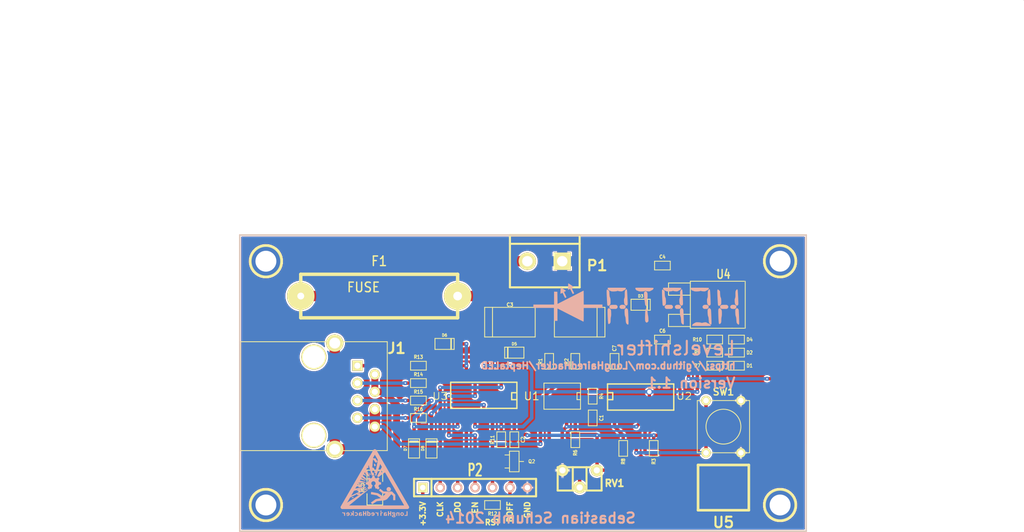
<source format=kicad_pcb>
(kicad_pcb (version 3) (host pcbnew "(2013-may-18)-stable")
  (layers (15 F.Cu signal) (0 B.Cu signal) (18 B.Paste user) (19 F.Paste user) (20 B.SilkS user) (21 F.SilkS user) (22 B.Mask user) (23 F.Mask user) (28 Edge.Cuts user))
  (net 0 "")
  (net 1 +24V)
  (net 2 +3.3V)
  (net 3 +5V)
  (net 4 3.3_Clock)
  (net 5 3.3_Data_Out)
  (net 6 3.3_Enable)
  (net 7 3.3_Reset)
  (net 8 BusOff)
  (net 9 Clock)
  (net 10 Data_Out)
  (net 11 Enable)
  (net 12 GND)
  (net 13 N-0000010)
  (net 14 N-0000015)
  (net 15 N-0000016)
  (net 16 N-0000017)
  (net 17 N-0000018)
  (net 18 N-0000019)
  (net 19 N-000002)
  (net 20 N-0000022)
  (net 21 N-0000028)
  (net 22 N-0000029)
  (net 23 N-0000030)
  (net 24 N-0000031)
  (net 25 N-0000032)
  (net 26 N-0000033)
  (net 27 N-000004)
  (net 28 N-000007)
  (net 29 PowerOn)
  (net 30 Reset)
  (net 31 Sense)
  (net 32 Shutdown)
  (module trimmer_piher_pt6xh (layer F.Cu) (at 168.275 80.01)
    (fp_text reference RV1 (at 5.08 0.635) (layer F.SilkS) (effects (font (thickness 0.25))))
    (fp_text value POT hide)
    (pad 1 thru_hole circle (at 2.49936 -1.24968) (size 1.75006 1.75006) (drill 0.89916) (layers *.Cu *.Mask F.SilkS) (net 3 +5V))
    (pad 2 thru_hole circle (at 0 1.24968) (size 1.75006 1.75006) (drill 0.89916) (layers *.Cu *.Mask F.SilkS) (net 20 N-0000022))
    (pad 3 thru_hole circle (at -2.49936 -1.24968) (size 1.75006 1.75006) (drill 0.89916) (layers *.Cu *.Mask F.SilkS) (net 12 GND))
  )
  (module SW_PUSH_SMALL (layer F.Cu) (at 189.23 72.39 90)
    (fp_text reference SW1 (at 5.08 0 180) (layer F.SilkS) (effects (font (size 1.016 1.016) (thickness 0.2032))))
    (fp_text value SW_PUSH hide)
    (pad 1 thru_hole circle (at 3.81 -2.54 90) (size 1.397 1.397) (drill 0.8128) (layers *.Cu *.Mask F.SilkS) (net 13 N-0000010))
    (pad 2 thru_hole circle (at 3.81 2.54 90) (size 1.397 1.397) (drill 0.8128) (layers *.Cu *.Mask F.SilkS) (net 12 GND))
    (pad 1 thru_hole circle (at -3.81 -2.54 90) (size 1.397 1.397) (drill 0.8128) (layers *.Cu *.Mask F.SilkS) (net 13 N-0000010))
    (pad 2 thru_hole circle (at -3.81 2.54 90) (size 1.397 1.397) (drill 0.8128) (layers *.Cu *.Mask F.SilkS) (net 12 GND))
  )
  (module sot23 (layer F.Cu) (at 158.75 77.47 270)
    (fp_text reference Q2 (at 0 -2.54 360) (layer F.SilkS) (effects (font (size 0.50038 0.50038) (thickness 0.09906))))
    (fp_text value NDS355 hide)
    (pad 1 smd rect (at -0.9525 1.05664 270) (size 0.59944 1.00076) (layers F.Cu F.Paste F.Mask) (net 18 N-0000019))
    (pad 2 smd rect (at 0 -1.05664 270) (size 0.59944 1.00076) (layers F.Cu F.Paste F.Mask) (net 27 N-000004))
    (pad 3 smd rect (at 0.9525 1.05664 270) (size 0.59944 1.00076) (layers F.Cu F.Paste F.Mask) (net 12 GND))
  )
  (module sod123 (layer F.Cu) (at 177.165 54.61)
    (fp_text reference D3 (at 0 -1.27) (layer F.SilkS) (effects (font (size 0.39878 0.39878) (thickness 0.09906))))
    (fp_text value BAT42W hide)
    (pad 2 smd rect (at 1.67386 0) (size 0.8509 0.8509) (layers F.Cu F.Paste F.Mask) (net 1 +24V))
    (pad 1 smd rect (at -1.67386 0) (size 0.8509 0.8509) (layers F.Cu F.Paste F.Mask) (net 3 +5V))
  )
  (module SO8E (layer F.Cu) (at 165.735 67.945 180)
    (fp_text reference U1 (at 4.445 0 180) (layer F.SilkS) (effects (font (size 1.143 1.143) (thickness 0.1524))))
    (fp_text value LM358 hide)
    (pad 8 smd rect (at -1.905 -2.667 180) (size 0.59944 1.39954) (layers F.Cu F.Paste F.Mask) (net 3 +5V))
    (pad 1 smd rect (at -1.905 2.667 180) (size 0.59944 1.39954) (layers F.Cu F.Paste F.Mask) (net 21 N-0000028))
    (pad 7 smd rect (at -0.635 -2.667 180) (size 0.59944 1.39954) (layers F.Cu F.Paste F.Mask) (net 32 Shutdown))
    (pad 6 smd rect (at 0.635 -2.667 180) (size 0.59944 1.39954) (layers F.Cu F.Paste F.Mask) (net 19 N-000002))
    (pad 5 smd rect (at 1.905 -2.667 180) (size 0.59944 1.39954) (layers F.Cu F.Paste F.Mask) (net 20 N-0000022))
    (pad 2 smd rect (at -0.635 2.667 180) (size 0.59944 1.39954) (layers F.Cu F.Paste F.Mask) (net 26 N-0000033))
    (pad 3 smd rect (at 0.635 2.667 180) (size 0.59944 1.39954) (layers F.Cu F.Paste F.Mask) (net 31 Sense))
    (pad 4 smd rect (at 1.905 2.667 180) (size 0.59944 1.39954) (layers F.Cu F.Paste F.Mask) (net 12 GND))
  )
  (module SM1206 (layer F.Cu) (at 138.43 81.28 270)
    (fp_text reference R5 (at 0 1.905 270) (layer F.SilkS) (effects (font (size 0.762 0.762) (thickness 0.127))))
    (fp_text value 0.05 hide)
    (pad 1 smd rect (at -1.651 0 270) (size 1.524 2.032) (layers F.Cu F.Paste F.Mask) (net 31 Sense))
    (pad 2 smd rect (at 1.651 0 270) (size 1.524 2.032) (layers F.Cu F.Paste F.Mask) (net 12 GND))
  )
  (module SM0603 (layer F.Cu) (at 191.135 63.5)
    (fp_text reference D1 (at 1.905 0) (layer F.SilkS) (effects (font (size 0.508 0.4572) (thickness 0.1143))))
    (fp_text value LED hide)
    (pad 1 smd rect (at -0.762 0) (size 0.635 1.143) (layers F.Cu F.Paste F.Mask) (net 28 N-000007))
    (pad 2 smd rect (at 0.762 0) (size 0.635 1.143) (layers F.Cu F.Paste F.Mask) (net 12 GND))
  )
  (module SM0603 (layer F.Cu) (at 174.625 75.565 270)
    (fp_text reference R8 (at 1.905 0 270) (layer F.SilkS) (effects (font (size 0.508 0.4572) (thickness 0.1143))))
    (fp_text value 1k hide)
    (pad 1 smd rect (at -0.762 0 270) (size 0.635 1.143) (layers F.Cu F.Paste F.Mask) (net 13 N-0000010))
    (pad 2 smd rect (at 0.762 0 270) (size 0.635 1.143) (layers F.Cu F.Paste F.Mask) (net 3 +5V))
  )
  (module SM0603 (layer F.Cu) (at 167.64 74.295 270)
    (fp_text reference R6 (at 1.905 0 270) (layer F.SilkS) (effects (font (size 0.508 0.4572) (thickness 0.1143))))
    (fp_text value 1k hide)
    (pad 1 smd rect (at -0.762 0 270) (size 0.635 1.143) (layers F.Cu F.Paste F.Mask) (net 3 +5V))
    (pad 2 smd rect (at 0.762 0 270) (size 0.635 1.143) (layers F.Cu F.Paste F.Mask) (net 32 Shutdown))
  )
  (module SM0603 (layer F.Cu) (at 179.07 75.565 270)
    (fp_text reference R3 (at 1.905 0 270) (layer F.SilkS) (effects (font (size 0.508 0.4572) (thickness 0.1143))))
    (fp_text value 1k hide)
    (pad 1 smd rect (at -0.762 0 270) (size 0.635 1.143) (layers F.Cu F.Paste F.Mask) (net 3 +5V))
    (pad 2 smd rect (at 0.762 0 270) (size 0.635 1.143) (layers F.Cu F.Paste F.Mask) (net 29 PowerOn))
  )
  (module SM0603 (layer F.Cu) (at 187.96 63.5)
    (fp_text reference R7 (at -2.54 0) (layer F.SilkS) (effects (font (size 0.508 0.4572) (thickness 0.1143))))
    (fp_text value 1k hide)
    (pad 1 smd rect (at -0.762 0) (size 0.635 1.143) (layers F.Cu F.Paste F.Mask) (net 8 BusOff))
    (pad 2 smd rect (at 0.762 0) (size 0.635 1.143) (layers F.Cu F.Paste F.Mask) (net 28 N-000007))
  )
  (module SM0603 (layer F.Cu) (at 167.64 62.865 270)
    (fp_text reference R2 (at 0 1.27 270) (layer F.SilkS) (effects (font (size 0.508 0.4572) (thickness 0.1143))))
    (fp_text value 90k hide)
    (pad 1 smd rect (at -0.762 0 270) (size 0.635 1.143) (layers F.Cu F.Paste F.Mask) (net 26 N-0000033))
    (pad 2 smd rect (at 0.762 0 270) (size 0.635 1.143) (layers F.Cu F.Paste F.Mask) (net 21 N-0000028))
  )
  (module SM0603 (layer F.Cu) (at 158.75 74.295 270)
    (fp_text reference C2 (at 0 -1.27 270) (layer F.SilkS) (effects (font (size 0.508 0.4572) (thickness 0.1143))))
    (fp_text value 100nF hide)
    (pad 1 smd rect (at -0.762 0 270) (size 0.635 1.143) (layers F.Cu F.Paste F.Mask) (net 3 +5V))
    (pad 2 smd rect (at 0.762 0 270) (size 0.635 1.143) (layers F.Cu F.Paste F.Mask) (net 12 GND))
  )
  (module SM0603 (layer F.Cu) (at 170.18 67.945 270)
    (fp_text reference R4 (at 0 -1.27 270) (layer F.SilkS) (effects (font (size 0.508 0.4572) (thickness 0.1143))))
    (fp_text value 100k hide)
    (pad 1 smd rect (at -0.762 0 270) (size 0.635 1.143) (layers F.Cu F.Paste F.Mask) (net 21 N-0000028))
    (pad 2 smd rect (at 0.762 0 270) (size 0.635 1.143) (layers F.Cu F.Paste F.Mask) (net 19 N-000002))
  )
  (module SM0603 (layer F.Cu) (at 170.18 71.12 270)
    (fp_text reference C1 (at 0 -1.27 270) (layer F.SilkS) (effects (font (size 0.508 0.4572) (thickness 0.1143))))
    (fp_text value 100nF hide)
    (pad 1 smd rect (at -0.762 0 270) (size 0.635 1.143) (layers F.Cu F.Paste F.Mask) (net 19 N-000002))
    (pad 2 smd rect (at 0.762 0 270) (size 0.635 1.143) (layers F.Cu F.Paste F.Mask) (net 12 GND))
  )
  (module SM0603 (layer F.Cu) (at 173.355 62.865 90)
    (fp_text reference C7 (at 1.905 0 90) (layer F.SilkS) (effects (font (size 0.508 0.4572) (thickness 0.1143))))
    (fp_text value 100nF hide)
    (pad 1 smd rect (at -0.762 0 90) (size 0.635 1.143) (layers F.Cu F.Paste F.Mask) (net 3 +5V))
    (pad 2 smd rect (at 0.762 0 90) (size 0.635 1.143) (layers F.Cu F.Paste F.Mask) (net 12 GND))
  )
  (module SM0603 (layer F.Cu) (at 155.575 83.82)
    (fp_text reference R12 (at 0 1.27) (layer F.SilkS) (effects (font (size 0.508 0.4572) (thickness 0.1143))))
    (fp_text value 1k hide)
    (pad 1 smd rect (at -0.762 0) (size 0.635 1.143) (layers F.Cu F.Paste F.Mask) (net 2 +3.3V))
    (pad 2 smd rect (at 0.762 0) (size 0.635 1.143) (layers F.Cu F.Paste F.Mask) (net 27 N-000004))
  )
  (module SM0603 (layer F.Cu) (at 156.845 74.295 270)
    (fp_text reference R11 (at 0 1.27 270) (layer F.SilkS) (effects (font (size 0.508 0.4572) (thickness 0.1143))))
    (fp_text value 1k hide)
    (pad 1 smd rect (at -0.762 0 270) (size 0.635 1.143) (layers F.Cu F.Paste F.Mask) (net 8 BusOff))
    (pad 2 smd rect (at 0.762 0 270) (size 0.635 1.143) (layers F.Cu F.Paste F.Mask) (net 18 N-0000019))
  )
  (module SM0603 (layer F.Cu) (at 180.34 48.895 180)
    (fp_text reference C4 (at 0 1.27 180) (layer F.SilkS) (effects (font (size 0.508 0.4572) (thickness 0.1143))))
    (fp_text value 100nF hide)
    (pad 1 smd rect (at -0.762 0 180) (size 0.635 1.143) (layers F.Cu F.Paste F.Mask) (net 1 +24V))
    (pad 2 smd rect (at 0.762 0 180) (size 0.635 1.143) (layers F.Cu F.Paste F.Mask) (net 12 GND))
  )
  (module SM0603 (layer F.Cu) (at 163.83 62.865 270)
    (fp_text reference R1 (at 0 1.27 270) (layer F.SilkS) (effects (font (size 0.508 0.4572) (thickness 0.1143))))
    (fp_text value 10k hide)
    (pad 1 smd rect (at -0.762 0 270) (size 0.635 1.143) (layers F.Cu F.Paste F.Mask) (net 26 N-0000033))
    (pad 2 smd rect (at 0.762 0 270) (size 0.635 1.143) (layers F.Cu F.Paste F.Mask) (net 12 GND))
  )
  (module SM0603 (layer F.Cu) (at 191.135 61.595)
    (fp_text reference D2 (at 1.905 0) (layer F.SilkS) (effects (font (size 0.508 0.4572) (thickness 0.1143))))
    (fp_text value LED hide)
    (pad 1 smd rect (at -0.762 0) (size 0.635 1.143) (layers F.Cu F.Paste F.Mask) (net 25 N-0000032))
    (pad 2 smd rect (at 0.762 0) (size 0.635 1.143) (layers F.Cu F.Paste F.Mask) (net 12 GND))
  )
  (module SM0603 (layer F.Cu) (at 187.96 61.595)
    (fp_text reference R9 (at -2.54 0) (layer F.SilkS) (effects (font (size 0.508 0.4572) (thickness 0.1143))))
    (fp_text value 1k hide)
    (pad 1 smd rect (at -0.762 0) (size 0.635 1.143) (layers F.Cu F.Paste F.Mask) (net 1 +24V))
    (pad 2 smd rect (at 0.762 0) (size 0.635 1.143) (layers F.Cu F.Paste F.Mask) (net 25 N-0000032))
  )
  (module SM0603 (layer F.Cu) (at 191.135 59.69)
    (fp_text reference D4 (at 1.905 0) (layer F.SilkS) (effects (font (size 0.508 0.4572) (thickness 0.1143))))
    (fp_text value LED hide)
    (pad 1 smd rect (at -0.762 0) (size 0.635 1.143) (layers F.Cu F.Paste F.Mask) (net 23 N-0000030))
    (pad 2 smd rect (at 0.762 0) (size 0.635 1.143) (layers F.Cu F.Paste F.Mask) (net 12 GND))
  )
  (module SM0603 (layer F.Cu) (at 187.96 59.69)
    (fp_text reference R10 (at -2.54 0) (layer F.SilkS) (effects (font (size 0.508 0.4572) (thickness 0.1143))))
    (fp_text value 1k hide)
    (pad 1 smd rect (at -0.762 0) (size 0.635 1.143) (layers F.Cu F.Paste F.Mask) (net 3 +5V))
    (pad 2 smd rect (at 0.762 0) (size 0.635 1.143) (layers F.Cu F.Paste F.Mask) (net 23 N-0000030))
  )
  (module SM0603 (layer F.Cu) (at 180.34 59.69 180)
    (fp_text reference C6 (at 0 1.27 180) (layer F.SilkS) (effects (font (size 0.508 0.4572) (thickness 0.1143))))
    (fp_text value 100nF hide)
    (pad 1 smd rect (at -0.762 0 180) (size 0.635 1.143) (layers F.Cu F.Paste F.Mask) (net 3 +5V))
    (pad 2 smd rect (at 0.762 0 180) (size 0.635 1.143) (layers F.Cu F.Paste F.Mask) (net 12 GND))
  )
  (module RJ45_MEBP_8-8G (layer F.Cu) (at 129.54 67.945 270)
    (fp_text reference J1 (at -6.985 -12.065 360) (layer F.SilkS) (effects (font (size 1.524 1.524) (thickness 0.3048))))
    (fp_text value RJ45 hide)
    (pad "" thru_hole circle (at 5.715 0 270) (size 3.64998 3.64998) (drill 3.2512) (layers *.Cu *.Mask F.SilkS))
    (pad "" thru_hole circle (at -5.715 0 270) (size 3.64998 3.64998) (drill 3.2512) (layers *.Cu *.Mask F.SilkS))
    (pad 1 thru_hole rect (at -4.445 -6.35 270) (size 1.50114 1.50114) (drill 0.89916) (layers *.Cu *.Mask F.SilkS) (net 9 Clock))
    (pad 2 thru_hole circle (at -3.175 -8.89 270) (size 1.50114 1.50114) (drill 0.89916) (layers *.Cu *.Mask F.SilkS) (net 24 N-0000031))
    (pad 3 thru_hole circle (at -1.905 -6.35 270) (size 1.50114 1.50114) (drill 0.89916) (layers *.Cu *.Mask F.SilkS) (net 11 Enable))
    (pad 4 thru_hole circle (at -0.635 -8.89 270) (size 1.50114 1.50114) (drill 0.89916) (layers *.Cu *.Mask F.SilkS) (net 24 N-0000031))
    (pad 5 thru_hole circle (at 0.635 -6.35 270) (size 1.50114 1.50114) (drill 0.89916) (layers *.Cu *.Mask F.SilkS) (net 10 Data_Out))
    (pad 6 thru_hole circle (at 1.905 -8.89 270) (size 1.50114 1.50114) (drill 0.89916) (layers *.Cu *.Mask F.SilkS) (net 31 Sense))
    (pad 7 thru_hole circle (at 3.175 -6.35 270) (size 1.50114 1.50114) (drill 0.89916) (layers *.Cu *.Mask F.SilkS) (net 30 Reset))
    (pad 8 thru_hole circle (at 4.445 -8.89 270) (size 1.50114 1.50114) (drill 0.89916) (layers *.Cu *.Mask F.SilkS) (net 31 Sense))
    (pad 9 thru_hole circle (at -7.745 -3.05 270) (size 2.5 2.5) (drill 1.6) (layers *.Cu *.Mask F.SilkS) (net 31 Sense))
    (pad 10 thru_hole circle (at 7.747 -3.05 270) (size 2.5 2.5) (drill 1.6) (layers *.Cu *.Mask F.SilkS))
  )
  (module DPAK2 (layer F.Cu) (at 182.88 54.61 270)
    (fp_text reference U4 (at -4.445 -6.35 360) (layer F.SilkS) (effects (font (size 1.27 1.016) (thickness 0.2032))))
    (fp_text value TS2937 hide)
    (pad 1 smd rect (at -2.286 0 270) (size 1.651 3.048) (layers F.Cu F.Paste F.Mask) (net 1 +24V))
    (pad 2 smd rect (at 0 -6.35 270) (size 6.096 6.096) (layers F.Cu F.Paste F.Mask) (net 12 GND))
    (pad 3 smd rect (at 2.286 0 270) (size 1.651 3.048) (layers F.Cu F.Paste F.Mask) (net 3 +5V))
  )
  (module c_tant_D (layer F.Cu) (at 168.275 57.15)
    (fp_text reference C5 (at 0 -2.54) (layer F.SilkS) (effects (font (size 0.50038 0.50038) (thickness 0.11938))))
    (fp_text value 10uF hide)
    (pad 1 smd rect (at 2.99974 0) (size 2.55016 2.70002) (layers F.Cu F.Paste F.Mask) (net 3 +5V))
    (pad 2 smd rect (at -2.99974 0) (size 2.55016 3.79984) (layers F.Cu F.Paste F.Mask) (net 12 GND))
  )
  (module c_tant_D (layer F.Cu) (at 158.115 57.15 180)
    (fp_text reference C3 (at 0 2.54 180) (layer F.SilkS) (effects (font (size 0.50038 0.50038) (thickness 0.11938))))
    (fp_text value 10uF hide)
    (pad 1 smd rect (at 2.99974 0 180) (size 2.55016 2.70002) (layers F.Cu F.Paste F.Mask) (net 1 +24V))
    (pad 2 smd rect (at -2.99974 0 180) (size 2.55016 3.79984) (layers F.Cu F.Paste F.Mask) (net 12 GND))
  )
  (module bornier2 (layer F.Cu) (at 163.195 48.26 180)
    (fp_text reference P1 (at -7.62 -0.635 180) (layer F.SilkS) (effects (font (size 1.524 1.524) (thickness 0.3048))))
    (fp_text value CONN_2 hide)
    (pad 1 thru_hole rect (at -2.54 0 180) (size 2.54 2.54) (drill 1.524) (layers *.Cu *.Mask F.SilkS) (net 12 GND))
    (pad 2 thru_hole circle (at 2.54 0 180) (size 2.54 2.54) (drill 1.524) (layers *.Cu *.Mask F.SilkS) (net 22 N-0000029))
  )
  (module SO14E (layer F.Cu) (at 154.305 67.945 180)
    (fp_text reference U3 (at 6.35 0 180) (layer F.SilkS) (effects (font (size 1.016 1.143) (thickness 0.127))))
    (fp_text value 74HCT125 hide)
    (pad 1 smd rect (at -3.81 2.794 180) (size 0.508 1.143) (layers F.Cu F.Paste F.Mask) (net 8 BusOff))
    (pad 2 smd rect (at -2.54 2.794 180) (size 0.508 1.143) (layers F.Cu F.Paste F.Mask) (net 4 3.3_Clock))
    (pad 3 smd rect (at -1.27 2.794 180) (size 0.508 1.143) (layers F.Cu F.Paste F.Mask) (net 17 N-0000018))
    (pad 4 smd rect (at 0 2.794 180) (size 0.508 1.143) (layers F.Cu F.Paste F.Mask) (net 8 BusOff))
    (pad 5 smd rect (at 1.27 2.794 180) (size 0.508 1.143) (layers F.Cu F.Paste F.Mask) (net 6 3.3_Enable))
    (pad 6 smd rect (at 2.54 2.794 180) (size 0.508 1.143) (layers F.Cu F.Paste F.Mask) (net 16 N-0000017))
    (pad 7 smd rect (at 3.81 2.794 180) (size 0.508 1.143) (layers F.Cu F.Paste F.Mask) (net 12 GND))
    (pad 8 smd rect (at 3.81 -2.54 180) (size 0.508 1.143) (layers F.Cu F.Paste F.Mask) (net 15 N-0000016))
    (pad 9 smd rect (at 2.54 -2.54 180) (size 0.508 1.143) (layers F.Cu F.Paste F.Mask) (net 5 3.3_Data_Out))
    (pad 10 smd rect (at 1.27 -2.54 180) (size 0.508 1.143) (layers F.Cu F.Paste F.Mask) (net 8 BusOff))
    (pad 11 smd rect (at 0 -2.54 180) (size 0.508 1.143) (layers F.Cu F.Paste F.Mask) (net 14 N-0000015))
    (pad 12 smd rect (at -1.27 -2.54 180) (size 0.508 1.143) (layers F.Cu F.Paste F.Mask) (net 7 3.3_Reset))
    (pad 13 smd rect (at -2.54 -2.54 180) (size 0.508 1.143) (layers F.Cu F.Paste F.Mask) (net 8 BusOff))
    (pad 14 smd rect (at -3.81 -2.54 180) (size 0.508 1.143) (layers F.Cu F.Paste F.Mask) (net 3 +5V))
  )
  (module SIL-7 (layer F.Cu) (at 153.035 81.28)
    (fp_text reference P2 (at 0 -2.54) (layer F.SilkS) (effects (font (size 1.72974 1.08712) (thickness 0.3048))))
    (fp_text value CONN_7 hide)
    (pad 1 thru_hole rect (at -7.62 0) (size 1.397 1.397) (drill 0.8128) (layers *.Cu *.Mask F.SilkS) (net 2 +3.3V))
    (pad 2 thru_hole circle (at -5.08 0) (size 1.397 1.397) (drill 0.8128) (layers *.Cu *.SilkS *.Mask) (net 4 3.3_Clock))
    (pad 3 thru_hole circle (at -2.54 0) (size 1.397 1.397) (drill 0.8128) (layers *.Cu *.SilkS *.Mask) (net 5 3.3_Data_Out))
    (pad 4 thru_hole circle (at 0 0) (size 1.397 1.397) (drill 0.8128) (layers *.Cu *.SilkS *.Mask) (net 6 3.3_Enable))
    (pad 5 thru_hole circle (at 2.54 0) (size 1.397 1.397) (drill 0.8128) (layers *.Cu *.SilkS *.Mask) (net 7 3.3_Reset))
    (pad 6 thru_hole circle (at 5.08 0) (size 1.397 1.397) (drill 0.8128) (layers *.Cu *.SilkS *.Mask) (net 27 N-000004))
    (pad 7 thru_hole circle (at 7.62 0) (size 1.397 1.397) (drill 0.8128) (layers *.Cu *.SilkS *.Mask) (net 12 GND))
  )
  (module 1pin (layer F.Cu) (at 122.555 48.26)
    (fp_text reference 1PIN hide)
    (fp_text value P*** hide)
    (pad 1 thru_hole circle (at 0 0) (size 4.5 4.5) (drill 3.048) (layers *.Cu *.Mask))
  )
  (module 1pin (layer F.Cu) (at 197.485 48.26)
    (fp_text reference 1PIN hide)
    (fp_text value P*** hide)
    (pad 1 thru_hole circle (at 0 0) (size 4.5 4.5) (drill 3.048) (layers *.Cu *.Mask))
  )
  (module 1pin (layer F.Cu) (at 197.485 83.82)
    (fp_text reference 1PIN hide)
    (fp_text value P*** hide)
    (pad 1 thru_hole circle (at 0 0) (size 4.5 4.5) (drill 3.048) (layers *.Cu *.Mask))
  )
  (module 1pin (layer F.Cu) (at 122.555 83.82)
    (fp_text reference 1PIN hide)
    (fp_text value P*** hide)
    (pad 1 thru_hole circle (at 0 0) (size 4.5 4.5) (drill 3.048) (layers *.Cu *.Mask))
  )
  (module logo_silkbot_30_00mm (layer B.Cu) (at 176.53 54.61)
    (fp_text reference G*** hide)
    (fp_text value logo_silkbot_30_00mm hide)
  )
  (module sod123 (layer F.Cu) (at 158.75 61.595 180)
    (fp_text reference D5 (at 0 1.27 180) (layer F.SilkS) (effects (font (size 0.39878 0.39878) (thickness 0.09906))))
    (fp_text value ZENER_5.6V hide)
    (pad 2 smd rect (at 1.67386 0 180) (size 0.8509 0.8509) (layers F.Cu F.Paste F.Mask) (net 17 N-0000018))
    (pad 1 smd rect (at -1.67386 0 180) (size 0.8509 0.8509) (layers F.Cu F.Paste F.Mask) (net 12 GND))
  )
  (module sod123 (layer F.Cu) (at 148.59 60.325)
    (fp_text reference D6 (at 0 -1.27) (layer F.SilkS) (effects (font (size 0.39878 0.39878) (thickness 0.09906))))
    (fp_text value ZENER_5.6V hide)
    (pad 2 smd rect (at 1.67386 0) (size 0.8509 0.8509) (layers F.Cu F.Paste F.Mask) (net 16 N-0000017))
    (pad 1 smd rect (at -1.67386 0) (size 0.8509 0.8509) (layers F.Cu F.Paste F.Mask) (net 12 GND))
  )
  (module sod123 (layer F.Cu) (at 144.145 75.565 90)
    (fp_text reference D7 (at 0 -1.27 90) (layer F.SilkS) (effects (font (size 0.39878 0.39878) (thickness 0.09906))))
    (fp_text value ZENER_5.6V hide)
    (pad 2 smd rect (at 1.67386 0 90) (size 0.8509 0.8509) (layers F.Cu F.Paste F.Mask) (net 15 N-0000016))
    (pad 1 smd rect (at -1.67386 0 90) (size 0.8509 0.8509) (layers F.Cu F.Paste F.Mask) (net 12 GND))
  )
  (module sod123 (layer F.Cu) (at 146.685 75.565 90)
    (fp_text reference D8 (at 0 -1.27 90) (layer F.SilkS) (effects (font (size 0.39878 0.39878) (thickness 0.09906))))
    (fp_text value ZENER_5.6V hide)
    (pad 2 smd rect (at 1.67386 0 90) (size 0.8509 0.8509) (layers F.Cu F.Paste F.Mask) (net 14 N-0000015))
    (pad 1 smd rect (at -1.67386 0 90) (size 0.8509 0.8509) (layers F.Cu F.Paste F.Mask) (net 12 GND))
  )
  (module SM0603 (layer F.Cu) (at 144.78 63.5 180)
    (fp_text reference R13 (at 0 1.27 180) (layer F.SilkS) (effects (font (size 0.508 0.4572) (thickness 0.1143))))
    (fp_text value 1k hide)
    (pad 1 smd rect (at -0.762 0 180) (size 0.635 1.143) (layers F.Cu F.Paste F.Mask) (net 17 N-0000018))
    (pad 2 smd rect (at 0.762 0 180) (size 0.635 1.143) (layers F.Cu F.Paste F.Mask) (net 9 Clock))
  )
  (module SM0603 (layer F.Cu) (at 144.78 66.04 180)
    (fp_text reference R14 (at 0 1.27 180) (layer F.SilkS) (effects (font (size 0.508 0.4572) (thickness 0.1143))))
    (fp_text value 1k hide)
    (pad 1 smd rect (at -0.762 0 180) (size 0.635 1.143) (layers F.Cu F.Paste F.Mask) (net 16 N-0000017))
    (pad 2 smd rect (at 0.762 0 180) (size 0.635 1.143) (layers F.Cu F.Paste F.Mask) (net 11 Enable))
  )
  (module SM0603 (layer F.Cu) (at 144.78 68.58 180)
    (fp_text reference R15 (at 0 1.27 180) (layer F.SilkS) (effects (font (size 0.508 0.4572) (thickness 0.1143))))
    (fp_text value 1k hide)
    (pad 1 smd rect (at -0.762 0 180) (size 0.635 1.143) (layers F.Cu F.Paste F.Mask) (net 15 N-0000016))
    (pad 2 smd rect (at 0.762 0 180) (size 0.635 1.143) (layers F.Cu F.Paste F.Mask) (net 10 Data_Out))
  )
  (module SM0603 (layer F.Cu) (at 144.78 71.12 180)
    (fp_text reference R16 (at 0 1.27 180) (layer F.SilkS) (effects (font (size 0.508 0.4572) (thickness 0.1143))))
    (fp_text value 1k hide)
    (pad 1 smd rect (at -0.762 0 180) (size 0.635 1.143) (layers F.Cu F.Paste F.Mask) (net 14 N-0000015))
    (pad 2 smd rect (at 0.762 0 180) (size 0.635 1.143) (layers F.Cu F.Paste F.Mask) (net 30 Reset))
  )
  (module SO14E (layer F.Cu) (at 177.165 67.945)
    (fp_text reference U2 (at 6.35 0) (layer F.SilkS) (effects (font (size 1.016 1.143) (thickness 0.127))))
    (fp_text value 74HC74 hide)
    (pad 1 smd rect (at -3.81 2.794) (size 0.508 1.143) (layers F.Cu F.Paste F.Mask) (net 13 N-0000010))
    (pad 2 smd rect (at -2.54 2.794) (size 0.508 1.143) (layers F.Cu F.Paste F.Mask) (net 12 GND))
    (pad 3 smd rect (at -1.27 2.794) (size 0.508 1.143) (layers F.Cu F.Paste F.Mask) (net 12 GND))
    (pad 4 smd rect (at 0 2.794) (size 0.508 1.143) (layers F.Cu F.Paste F.Mask) (net 32 Shutdown))
    (pad 5 smd rect (at 1.27 2.794) (size 0.508 1.143) (layers F.Cu F.Paste F.Mask) (net 8 BusOff))
    (pad 6 smd rect (at 2.54 2.794) (size 0.508 1.143) (layers F.Cu F.Paste F.Mask) (net 29 PowerOn))
    (pad 7 smd rect (at 3.81 2.794) (size 0.508 1.143) (layers F.Cu F.Paste F.Mask) (net 12 GND))
    (pad 8 smd rect (at 3.81 -2.54) (size 0.508 1.143) (layers F.Cu F.Paste F.Mask))
    (pad 9 smd rect (at 2.54 -2.54) (size 0.508 1.143) (layers F.Cu F.Paste F.Mask))
    (pad 10 smd rect (at 1.27 -2.54) (size 0.508 1.143) (layers F.Cu F.Paste F.Mask))
    (pad 11 smd rect (at 0 -2.54) (size 0.508 1.143) (layers F.Cu F.Paste F.Mask))
    (pad 12 smd rect (at -1.27 -2.54) (size 0.508 1.143) (layers F.Cu F.Paste F.Mask))
    (pad 13 smd rect (at -2.54 -2.54) (size 0.508 1.143) (layers F.Cu F.Paste F.Mask))
    (pad 14 smd rect (at -3.81 -2.54) (size 0.508 1.143) (layers F.Cu F.Paste F.Mask) (net 3 +5V))
  )
  (module TO252-5L (layer F.Cu) (at 189.23 81.28 270)
    (fp_text reference U5 (at 5.08 0 360) (layer F.SilkS) (effects (font (size 1.524 1.524) (thickness 0.3048))))
    (fp_text value BTS462 hide)
    (pad 3 smd rect (at 0 0 270) (size 6.25094 6.79958) (layers F.Cu F.Paste F.Mask) (net 1 +24V) (clearance 0.14986))
    (pad 1 smd rect (at -2.54 6.59892 270) (size 0.81026 2.99974) (layers F.Cu F.Paste F.Mask) (net 12 GND))
    (pad 2 smd rect (at -1.27 6.59892 270) (size 0.81026 2.99974) (layers F.Cu F.Paste F.Mask) (net 29 PowerOn))
    (pad 4 smd rect (at 1.27 6.59892 270) (size 0.81026 2.99974) (layers F.Cu F.Paste F.Mask))
    (pad 5 smd rect (at 2.54 6.59892 270) (size 0.81026 2.99974) (layers F.Cu F.Paste F.Mask) (net 24 N-0000031))
  )
  (module fuse22.5 (layer F.Cu) (at 139.065 53.34)
    (fp_text reference F1 (at 0 -5.08) (layer F.SilkS) (effects (font (size 1.397 1.27) (thickness 0.2032))))
    (fp_text value FUSE (at -2.286 -1.27) (layer F.SilkS) (effects (font (size 1.397 1.27) (thickness 0.2032))))
    (pad 1 thru_hole circle (at -11.43 0) (size 4.0005 4.0005) (drill 1.00076) (layers *.Cu *.Mask F.SilkS) (net 22 N-0000029))
    (pad 2 thru_hole circle (at 11.43 0) (size 4.0005 4.0005) (drill 1.27) (layers *.Cu *.Mask F.SilkS) (net 1 +24V))
  )
  (module logo_hacker_silkbot_10_00mm (layer B.Cu) (at 138.43 80.645)
    (fp_text reference G*** hide)
    (fp_text value logo_hacker_silkbot_10_00mm hide)
  )
  (gr_text https://github.com/LongHairedHacker/HeptaLED (at 191.135 63.5) (layer B.SilkS) (effects (font (size 1 1) (thickness 0.25)) (justify left mirror)))
  (gr_text "Sebastian Schumb 2014" (at 162.56 85.725) (layer B.SilkS) (effects (font (size 1.5 1.5) (thickness 0.3)) (justify mirror)))
  (gr_text "Version 1.1" (at 191.135 66.04) (layer B.SilkS) (effects (font (size 1.5 1.5) (thickness 0.3)) (justify left mirror)))
  (gr_text Levelshifter (at 191.135 60.96) (layer B.SilkS) (effects (font (size 2 2) (thickness 0.3)) (justify left mirror)))
  (gr_line (start 118.745 87.63) (end 118.745 44.45) (angle 90) (layer B.SilkS) (width 0.2))
  (gr_line (start 201.295 87.63) (end 118.745 87.63) (angle 90) (layer B.SilkS) (width 0.2))
  (gr_line (start 201.295 44.45) (end 201.295 87.63) (angle 90) (layer B.SilkS) (width 0.2))
  (gr_line (start 118.745 44.45) (end 201.295 44.45) (angle 90) (layer B.SilkS) (width 0.2))
  (gr_line (start 118.745 44.45) (end 118.745 87.63) (angle 90) (layer F.SilkS) (width 0.2))
  (gr_line (start 201.295 44.45) (end 118.745 44.45) (angle 90) (layer F.SilkS) (width 0.2))
  (gr_line (start 201.295 87.63) (end 201.295 44.45) (angle 90) (layer F.SilkS) (width 0.2))
  (gr_line (start 118.745 87.63) (end 201.295 87.63) (angle 90) (layer F.SilkS) (width 0.2))
  (gr_text GND (at 160.655 83.185 90) (layer F.SilkS) (effects (font (size 0.8 0.8) (thickness 0.2)) (justify right)))
  (gr_text BOFF (at 158.115 83.185 90) (layer F.SilkS) (effects (font (size 0.8 0.8) (thickness 0.2)) (justify right)))
  (gr_text RST (at 155.575 86.36) (layer F.SilkS) (effects (font (size 0.8 0.8) (thickness 0.2))))
  (gr_text EN (at 153.035 83.185 90) (layer F.SilkS) (effects (font (size 0.8 0.9) (thickness 0.2)) (justify right)))
  (gr_text DO (at 150.495 83.185 90) (layer F.SilkS) (effects (font (size 0.8 0.8) (thickness 0.2)) (justify right)))
  (gr_text CLK (at 147.955 83.185 90) (layer F.SilkS) (effects (font (size 0.8 0.8) (thickness 0.2)) (justify right)))
  (gr_text +3.3V (at 145.415 83.185 90) (layer F.SilkS) (effects (font (size 0.8 0.8) (thickness 0.2)) (justify right)))
  (gr_line (start 118.745 87.63) (end 201.295 87.63) (angle 90) (layer Edge.Cuts) (width 0.1))
  (gr_line (start 118.745 44.45) (end 201.295 44.45) (angle 90) (layer Edge.Cuts) (width 0.1))
  (gr_line (start 201.295 44.45) (end 201.295 87.63) (angle 90) (layer Edge.Cuts) (width 0.1))
  (gr_line (start 201.295 87.63) (end 201.295 74.93) (angle 90) (layer Edge.Cuts) (width 0.1))
  (gr_line (start 118.745 44.45) (end 118.745 87.63) (angle 90) (layer Edge.Cuts) (width 0.1))
  (target plus (at 233.045 10.16) (size 0.005) (width 0.1) (layer Edge.Cuts))
  (target plus (at 233.045 10.16) (size 0.005) (width 0.1) (layer Edge.Cuts))
  (segment (start 155.11526 57.15) (end 155.11526 53.34) (width 1.5) (layer F.Cu) (net 1))
  (segment (start 172.72 53.34) (end 155.575 53.34) (width 1.5) (layer F.Cu) (net 1))
  (segment (start 155.575 53.34) (end 151.13 53.34) (width 1.5) (layer F.Cu) (net 1))
  (segment (start 174.625 51.435) (end 172.72 53.34) (width 1.5) (layer F.Cu) (net 1))
  (segment (start 178.83886 52.324) (end 177.8 51.435) (width 1.5) (layer F.Cu) (net 1))
  (segment (start 177.8 51.435) (end 174.625 51.435) (width 1.5) (layer F.Cu) (net 1))
  (segment (start 151.13 53.34) (end 150.495 53.34) (width 1.5) (layer F.Cu) (net 1))
  (segment (start 181.102 48.895) (end 182.88 48.895) (width 0.5) (layer F.Cu) (net 1))
  (via (at 184.15 65.405) (size 0.6) (drill 0.2) (layers F.Cu B.Cu) (net 1))
  (segment (start 195.58 65.405) (end 184.15 65.405) (width 0.5) (layer B.Cu) (net 1))
  (segment (start 195.58 65.405) (end 195.58 65.405) (width 0.5) (layer F.Cu) (net 1))
  (segment (start 197.485 65.405) (end 195.58 65.405) (width 0.5) (layer F.Cu) (net 1))
  (via (at 195.58 65.405) (size 0.6) (drill 0.2) (layers F.Cu B.Cu) (net 1))
  (segment (start 185.42 61.595) (end 187.198 61.595) (width 0.5) (layer F.Cu) (net 1))
  (segment (start 184.15 62.865) (end 185.42 61.595) (width 0.5) (layer F.Cu) (net 1))
  (segment (start 184.15 62.865) (end 184.15 62.865) (width 0.5) (layer F.Cu) (net 1))
  (segment (start 184.15 65.405) (end 184.15 62.865) (width 0.5) (layer F.Cu) (net 1))
  (segment (start 197.485 53.975) (end 192.405 48.895) (width 1.5) (layer F.Cu) (net 1))
  (segment (start 193.675 81.28) (end 197.485 77.47) (width 1.5) (layer F.Cu) (net 1))
  (segment (start 189.23 81.28) (end 193.675 81.28) (width 1.5) (layer F.Cu) (net 1))
  (segment (start 197.485 53.975) (end 197.485 65.405) (width 1.5) (layer F.Cu) (net 1))
  (segment (start 197.485 65.405) (end 197.485 77.47) (width 1.5) (layer F.Cu) (net 1))
  (segment (start 182.88 50.165) (end 182.88 49.53) (width 1.5) (layer F.Cu) (net 1))
  (segment (start 182.88 49.53) (end 182.88 48.895) (width 1.5) (layer F.Cu) (net 1))
  (segment (start 182.88 50.165) (end 182.88 52.324) (width 1.5) (layer F.Cu) (net 1))
  (segment (start 192.405 48.895) (end 182.88 48.895) (width 1.5) (layer F.Cu) (net 1))
  (segment (start 178.83886 54.61) (end 178.83886 52.324) (width 0.5) (layer F.Cu) (net 1))
  (segment (start 179.07 52.705) (end 179.07 52.324) (width 0.5) (layer F.Cu) (net 1))
  (segment (start 179.07 52.55514) (end 179.07 52.705) (width 0.5) (layer F.Cu) (net 1))
  (segment (start 178.83886 52.324) (end 179.07 52.55514) (width 0.5) (layer F.Cu) (net 1))
  (segment (start 179.07 52.324) (end 182.88 52.324) (width 1.5) (layer F.Cu) (net 1))
  (segment (start 145.415 81.28) (end 145.415 83.185) (width 0.5) (layer F.Cu) (net 2))
  (segment (start 146.05 83.82) (end 145.415 83.185) (width 0.5) (layer F.Cu) (net 2))
  (segment (start 146.05 83.82) (end 154.813 83.82) (width 0.5) (layer F.Cu) (net 2))
  (segment (start 173.355 65.405) (end 173.355 63.627) (width 0.5) (layer F.Cu) (net 3))
  (segment (start 173.355 63.627) (end 182.88 63.627) (width 0.5) (layer F.Cu) (net 3))
  (segment (start 182.88 63.627) (end 182.88 63.5) (width 0.5) (layer F.Cu) (net 3))
  (via (at 179.07 73.66) (size 0.6) (drill 0.2) (layers F.Cu B.Cu) (net 3))
  (segment (start 176.53 73.66) (end 179.07 73.66) (width 0.5) (layer B.Cu) (net 3))
  (segment (start 170.815 73.66) (end 160.655 73.66) (width 0.5) (layer B.Cu) (net 3))
  (segment (start 160.655 73.66) (end 160.528 73.533) (width 0.5) (layer F.Cu) (net 3))
  (segment (start 160.528 73.533) (end 158.75 73.533) (width 0.5) (layer F.Cu) (net 3))
  (via (at 160.655 73.66) (size 0.6) (drill 0.2) (layers F.Cu B.Cu) (net 3))
  (segment (start 174.625 76.327) (end 174.625 77.47) (width 0.5) (layer F.Cu) (net 3))
  (segment (start 170.79468 78.74) (end 173.355 78.74) (width 0.5) (layer F.Cu) (net 3))
  (segment (start 173.355 78.74) (end 174.625 77.47) (width 0.5) (layer F.Cu) (net 3))
  (segment (start 170.79468 78.74) (end 170.77436 78.76032) (width 0.5) (layer F.Cu) (net 3))
  (via (at 170.815 73.66) (size 0.6) (drill 0.2) (layers F.Cu B.Cu) (net 3))
  (segment (start 170.815 73.66) (end 176.53 73.66) (width 0.5) (layer B.Cu) (net 3))
  (segment (start 170.815 73.66) (end 170.688 73.533) (width 0.5) (layer F.Cu) (net 3))
  (segment (start 170.815 78.71968) (end 170.815 74.295) (width 0.5) (layer F.Cu) (net 3))
  (segment (start 170.815 74.295) (end 170.815 73.66) (width 0.5) (layer F.Cu) (net 3))
  (segment (start 170.77436 78.76032) (end 170.815 78.71968) (width 0.5) (layer F.Cu) (net 3))
  (segment (start 170.688 73.533) (end 167.64 73.533) (width 0.5) (layer F.Cu) (net 3))
  (segment (start 158.115 70.485) (end 158.115 71.12) (width 0.5) (layer F.Cu) (net 3))
  (segment (start 158.75 71.755) (end 158.75 73.533) (width 0.5) (layer F.Cu) (net 3))
  (segment (start 158.115 71.12) (end 158.75 71.755) (width 0.5) (layer F.Cu) (net 3))
  (segment (start 182.88 59.69) (end 187.198 59.69) (width 0.5) (layer F.Cu) (net 3))
  (segment (start 179.07 73.66) (end 180.975 73.66) (width 0.5) (layer F.Cu) (net 3))
  (segment (start 180.975 73.66) (end 182.88 71.755) (width 0.5) (layer F.Cu) (net 3))
  (segment (start 179.07 73.66) (end 179.07 74.803) (width 0.5) (layer F.Cu) (net 3))
  (segment (start 182.88 71.755) (end 182.88 71.755) (width 0.5) (layer F.Cu) (net 3))
  (segment (start 182.88 71.755) (end 182.88 63.5) (width 0.5) (layer F.Cu) (net 3))
  (segment (start 182.88 63.5) (end 182.88 59.69) (width 0.5) (layer F.Cu) (net 3))
  (segment (start 181.102 59.69) (end 182.88 59.69) (width 0.5) (layer F.Cu) (net 3))
  (segment (start 182.88 56.896) (end 182.88 59.69) (width 0.5) (layer F.Cu) (net 3))
  (segment (start 175.49114 54.61) (end 175.49114 57.15) (width 0.5) (layer F.Cu) (net 3))
  (segment (start 175.49114 57.15) (end 175.26 57.15) (width 0.5) (layer F.Cu) (net 3))
  (segment (start 182.88 56.896) (end 178.054 56.896) (width 1.5) (layer F.Cu) (net 3))
  (segment (start 177.8 57.15) (end 175.26 57.15) (width 1.5) (layer F.Cu) (net 3))
  (segment (start 175.26 57.15) (end 171.27474 57.15) (width 1.5) (layer F.Cu) (net 3))
  (segment (start 178.054 56.896) (end 177.8 57.15) (width 1.5) (layer F.Cu) (net 3))
  (segment (start 167.64 73.533) (end 167.64 72.39) (width 0.5) (layer F.Cu) (net 3))
  (segment (start 167.64 72.39) (end 167.64 70.612) (width 0.5) (layer F.Cu) (net 3))
  (via (at 156.845 66.675) (size 0.6) (drill 0.2) (layers F.Cu B.Cu) (net 4))
  (segment (start 147.955 66.675) (end 156.845 66.675) (width 0.5) (layer B.Cu) (net 4))
  (segment (start 147.955 81.28) (end 147.955 66.675) (width 0.5) (layer F.Cu) (net 4))
  (via (at 147.955 66.675) (size 0.6) (drill 0.2) (layers F.Cu B.Cu) (net 4))
  (segment (start 156.845 66.675) (end 156.845 65.151) (width 0.5) (layer F.Cu) (net 4))
  (segment (start 151.765 70.485) (end 151.765 78.105) (width 0.5) (layer F.Cu) (net 5))
  (segment (start 150.495 79.375) (end 150.495 81.28) (width 0.5) (layer F.Cu) (net 5))
  (segment (start 151.765 78.105) (end 150.495 79.375) (width 0.5) (layer F.Cu) (net 5))
  (via (at 153.035 67.945) (size 0.6) (drill 0.2) (layers F.Cu B.Cu) (net 6))
  (segment (start 149.225 67.945) (end 153.035 67.945) (width 0.5) (layer B.Cu) (net 6))
  (via (at 149.225 73.66) (size 0.6) (drill 0.2) (layers F.Cu B.Cu) (net 6))
  (segment (start 153.035 73.66) (end 149.225 73.66) (width 0.5) (layer B.Cu) (net 6))
  (segment (start 153.035 81.28) (end 153.035 73.66) (width 0.5) (layer F.Cu) (net 6))
  (via (at 153.035 73.66) (size 0.6) (drill 0.2) (layers F.Cu B.Cu) (net 6))
  (segment (start 149.225 73.66) (end 149.225 67.945) (width 0.5) (layer F.Cu) (net 6))
  (via (at 149.225 67.945) (size 0.6) (drill 0.2) (layers F.Cu B.Cu) (net 6))
  (segment (start 153.035 67.945) (end 153.035 65.151) (width 0.5) (layer F.Cu) (net 6))
  (segment (start 155.575 81.28) (end 155.575 70.485) (width 0.5) (layer F.Cu) (net 7))
  (segment (start 178.435 70.739) (end 178.435 67.31) (width 0.5) (layer F.Cu) (net 8))
  (via (at 178.435 67.31) (size 0.889) (layers F.Cu B.Cu) (net 8))
  (segment (start 172.72 67.31) (end 161.925 67.31) (width 0.5) (layer B.Cu) (net 8))
  (segment (start 156.845 72.39) (end 156.845 73.533) (width 0.5) (layer F.Cu) (net 8))
  (via (at 185.42 67.31) (size 0.6) (drill 0.2) (layers F.Cu B.Cu) (net 8))
  (segment (start 176.53 67.31) (end 178.435 67.31) (width 0.5) (layer B.Cu) (net 8))
  (segment (start 178.435 67.31) (end 184.15 67.31) (width 0.5) (layer B.Cu) (net 8))
  (segment (start 173.99 67.31) (end 176.53 67.31) (width 0.5) (layer B.Cu) (net 8))
  (segment (start 172.72 67.31) (end 173.99 67.31) (width 0.5) (layer B.Cu) (net 8))
  (segment (start 184.785 67.31) (end 185.42 67.31) (width 0.5) (layer B.Cu) (net 8))
  (segment (start 184.15 67.31) (end 184.785 67.31) (width 0.5) (layer B.Cu) (net 8))
  (segment (start 185.42 64.135) (end 185.42 67.31) (width 0.5) (layer F.Cu) (net 8))
  (segment (start 185.42 64.135) (end 186.055 63.5) (width 0.5) (layer F.Cu) (net 8))
  (segment (start 186.055 63.5) (end 187.198 63.5) (width 0.5) (layer F.Cu) (net 8))
  (via (at 153.035 72.39) (size 0.6) (drill 0.2) (layers F.Cu B.Cu) (net 8))
  (segment (start 156.845 72.39) (end 153.035 72.39) (width 0.5) (layer B.Cu) (net 8))
  (segment (start 153.035 72.39) (end 153.035 70.485) (width 0.5) (layer F.Cu) (net 8))
  (segment (start 160.02 72.39) (end 156.845 72.39) (width 0.5) (layer B.Cu) (net 8))
  (via (at 156.845 72.39) (size 0.6) (drill 0.2) (layers F.Cu B.Cu) (net 8))
  (segment (start 154.305 65.151) (end 154.305 63.5) (width 0.5) (layer F.Cu) (net 8))
  (segment (start 156.845 72.39) (end 156.845 70.485) (width 0.5) (layer F.Cu) (net 8))
  (segment (start 161.925 67.31) (end 161.29 67.31) (width 0.5) (layer B.Cu) (net 8))
  (segment (start 161.29 67.31) (end 161.29 64.135) (width 0.5) (layer B.Cu) (net 8))
  (segment (start 160.02 63.5) (end 158.115 63.5) (width 0.5) (layer B.Cu) (net 8))
  (segment (start 160.655 63.5) (end 161.29 64.135) (width 0.5) (layer B.Cu) (net 8))
  (segment (start 160.02 63.5) (end 160.655 63.5) (width 0.5) (layer B.Cu) (net 8))
  (segment (start 161.29 71.12) (end 161.29 67.31) (width 0.5) (layer B.Cu) (net 8))
  (segment (start 161.29 71.12) (end 160.02 72.39) (width 0.5) (layer B.Cu) (net 8))
  (via (at 154.305 63.5) (size 0.6) (drill 0.2) (layers F.Cu B.Cu) (net 8))
  (segment (start 154.305 63.5) (end 158.115 63.5) (width 0.5) (layer B.Cu) (net 8))
  (segment (start 158.115 63.5) (end 158.115 65.151) (width 0.5) (layer F.Cu) (net 8))
  (via (at 158.115 63.5) (size 0.6) (drill 0.2) (layers F.Cu B.Cu) (net 8))
  (segment (start 144.018 63.5) (end 139.7 63.5) (width 0.5) (layer F.Cu) (net 9))
  (segment (start 139.065 63.5) (end 139.7 63.5) (width 0.5) (layer F.Cu) (net 9))
  (segment (start 139.065 63.5) (end 135.89 63.5) (width 0.5) (layer F.Cu) (net 9))
  (via (at 142.875 68.58) (size 0.6) (drill 0.2) (layers F.Cu B.Cu) (net 10))
  (segment (start 135.89 68.58) (end 142.875 68.58) (width 0.5) (layer B.Cu) (net 10))
  (segment (start 144.145 68.58) (end 144.018 68.58) (width 0.5) (layer F.Cu) (net 10))
  (segment (start 142.875 68.58) (end 144.145 68.58) (width 0.5) (layer F.Cu) (net 10))
  (segment (start 144.018 66.04) (end 142.875 66.04) (width 0.5) (layer F.Cu) (net 11))
  (segment (start 142.875 66.04) (end 142.875 66.04) (width 0.5) (layer F.Cu) (net 11))
  (segment (start 142.875 66.04) (end 135.89 66.04) (width 0.5) (layer B.Cu) (net 11))
  (via (at 142.875 66.04) (size 0.6) (drill 0.2) (layers F.Cu B.Cu) (net 11))
  (segment (start 163.83 65.278) (end 163.83 63.627) (width 0.5) (layer F.Cu) (net 12))
  (segment (start 174.625 74.803) (end 175.768 74.803) (width 0.5) (layer F.Cu) (net 13))
  (segment (start 176.53 76.2) (end 186.69 76.2) (width 0.5) (layer B.Cu) (net 13))
  (via (at 176.53 76.2) (size 0.6) (drill 0.2) (layers F.Cu B.Cu) (net 13))
  (segment (start 176.53 75.565) (end 176.53 76.2) (width 0.5) (layer F.Cu) (net 13))
  (segment (start 175.768 74.803) (end 176.53 75.565) (width 0.5) (layer F.Cu) (net 13))
  (segment (start 173.355 70.739) (end 173.355 72.39) (width 0.5) (layer F.Cu) (net 13))
  (segment (start 174.625 73.66) (end 174.625 74.803) (width 0.5) (layer F.Cu) (net 13))
  (segment (start 173.355 72.39) (end 174.625 73.66) (width 0.5) (layer F.Cu) (net 13))
  (segment (start 186.69 68.58) (end 186.69 76.2) (width 0.5) (layer F.Cu) (net 13))
  (segment (start 146.685 70.485) (end 146.685 73.89114) (width 0.5) (layer F.Cu) (net 14))
  (segment (start 145.542 71.12) (end 146.05 71.12) (width 0.5) (layer F.Cu) (net 14))
  (via (at 146.685 70.485) (size 0.6) (drill 0.2) (layers F.Cu B.Cu) (net 14))
  (segment (start 146.05 71.12) (end 146.685 70.485) (width 0.5) (layer F.Cu) (net 14))
  (segment (start 154.305 69.215) (end 147.955 69.215) (width 0.5) (layer B.Cu) (net 14))
  (segment (start 154.305 69.215) (end 154.305 70.485) (width 0.5) (layer F.Cu) (net 14))
  (via (at 154.305 69.215) (size 0.6) (drill 0.2) (layers F.Cu B.Cu) (net 14))
  (segment (start 147.955 69.215) (end 147.32 69.85) (width 0.5) (layer B.Cu) (net 14))
  (segment (start 147.32 69.85) (end 146.685 70.485) (width 0.5) (layer B.Cu) (net 14))
  (segment (start 146.685 70.485) (end 146.685 70.485) (width 0.5) (layer B.Cu) (net 14))
  (via (at 144.145 72.39) (size 0.6) (drill 0.2) (layers F.Cu B.Cu) (net 15))
  (segment (start 144.145 72.39) (end 144.145 73.89114) (width 0.5) (layer F.Cu) (net 15))
  (segment (start 144.145 72.39) (end 150.495 72.39) (width 0.5) (layer B.Cu) (net 15))
  (segment (start 150.495 70.485) (end 150.495 72.39) (width 0.5) (layer F.Cu) (net 15))
  (via (at 150.495 72.39) (size 0.6) (drill 0.2) (layers F.Cu B.Cu) (net 15))
  (via (at 146.685 68.58) (size 0.6) (drill 0.2) (layers F.Cu B.Cu) (net 15))
  (segment (start 146.685 68.58) (end 144.145 71.12) (width 0.5) (layer B.Cu) (net 15))
  (segment (start 144.145 71.12) (end 144.145 72.39) (width 0.5) (layer B.Cu) (net 15))
  (segment (start 146.685 68.58) (end 145.542 68.58) (width 0.5) (layer F.Cu) (net 15))
  (segment (start 150.26386 60.325) (end 151.13 60.325) (width 0.5) (layer F.Cu) (net 16))
  (segment (start 151.765 60.325) (end 151.765 63.5) (width 0.5) (layer B.Cu) (net 16))
  (via (at 151.765 60.325) (size 0.6) (drill 0.2) (layers F.Cu B.Cu) (net 16))
  (via (at 151.765 63.5) (size 0.6) (drill 0.2) (layers F.Cu B.Cu) (net 16))
  (segment (start 151.13 60.325) (end 151.765 60.325) (width 0.5) (layer F.Cu) (net 16))
  (segment (start 145.542 66.04) (end 146.05 66.04) (width 0.5) (layer F.Cu) (net 16))
  (segment (start 151.765 63.5) (end 151.765 65.151) (width 0.5) (layer F.Cu) (net 16))
  (segment (start 148.59 63.5) (end 151.765 63.5) (width 0.5) (layer F.Cu) (net 16))
  (segment (start 146.05 66.04) (end 148.59 63.5) (width 0.5) (layer F.Cu) (net 16))
  (segment (start 145.542 63.5) (end 146.685 63.5) (width 0.5) (layer F.Cu) (net 17))
  (segment (start 147.955 62.23) (end 155.575 62.23) (width 0.5) (layer F.Cu) (net 17))
  (segment (start 146.685 63.5) (end 147.955 62.23) (width 0.5) (layer F.Cu) (net 17))
  (segment (start 155.575 61.595) (end 157.07614 61.595) (width 0.5) (layer F.Cu) (net 17))
  (segment (start 155.575 62.865) (end 155.575 65.151) (width 0.5) (layer F.Cu) (net 17))
  (segment (start 155.575 61.595) (end 155.575 62.23) (width 0.5) (layer F.Cu) (net 17))
  (segment (start 155.575 62.23) (end 155.575 62.865) (width 0.5) (layer F.Cu) (net 17))
  (segment (start 157.69336 76.5175) (end 157.1625 76.5175) (width 0.5) (layer F.Cu) (net 18))
  (segment (start 156.845 76.2) (end 156.845 75.057) (width 0.5) (layer F.Cu) (net 18))
  (segment (start 157.1625 76.5175) (end 156.845 76.2) (width 0.5) (layer F.Cu) (net 18))
  (segment (start 170.18 68.707) (end 165.608 68.707) (width 0.5) (layer F.Cu) (net 19))
  (segment (start 165.1 69.215) (end 165.1 70.612) (width 0.5) (layer F.Cu) (net 19))
  (segment (start 165.608 68.707) (end 165.1 69.215) (width 0.5) (layer F.Cu) (net 19))
  (segment (start 170.18 68.707) (end 170.18 70.358) (width 0.5) (layer F.Cu) (net 19))
  (segment (start 168.275 81.25968) (end 168.275 77.47) (width 0.5) (layer F.Cu) (net 20))
  (segment (start 163.83 74.295) (end 165.735 76.2) (width 0.5) (layer F.Cu) (net 20))
  (segment (start 165.735 76.2) (end 167.005 76.2) (width 0.5) (layer F.Cu) (net 20))
  (segment (start 167.005 76.2) (end 168.275 77.47) (width 0.5) (layer F.Cu) (net 20))
  (segment (start 163.83 74.295) (end 163.83 70.612) (width 0.5) (layer F.Cu) (net 20))
  (segment (start 167.64 63.627) (end 169.672 63.627) (width 0.5) (layer F.Cu) (net 21))
  (segment (start 170.18 64.135) (end 170.18 67.183) (width 0.5) (layer F.Cu) (net 21))
  (segment (start 169.672 63.627) (end 170.18 64.135) (width 0.5) (layer F.Cu) (net 21))
  (segment (start 167.64 65.278) (end 167.64 63.627) (width 0.5) (layer F.Cu) (net 21))
  (segment (start 137.16 48.26) (end 158.115 48.26) (width 1.5) (layer F.Cu) (net 22))
  (segment (start 132.08 53.34) (end 137.16 48.26) (width 1.5) (layer F.Cu) (net 22))
  (segment (start 127.635 53.34) (end 132.08 53.34) (width 1.5) (layer F.Cu) (net 22))
  (segment (start 158.115 48.26) (end 160.655 48.26) (width 1.5) (layer F.Cu) (net 22))
  (segment (start 158.115 48.26) (end 158.115 48.26) (width 1.5) (layer F.Cu) (net 22))
  (segment (start 188.722 59.69) (end 190.373 59.69) (width 0.5) (layer F.Cu) (net 23))
  (segment (start 138.43 67.31) (end 138.43 64.77) (width 1) (layer F.Cu) (net 24))
  (segment (start 138.43 67.31) (end 139.7 67.31) (width 1) (layer F.Cu) (net 24))
  (segment (start 142.875 85.725) (end 141.605 84.455) (width 1) (layer F.Cu) (net 24))
  (segment (start 164.465 83.82) (end 182.63108 83.82) (width 1) (layer F.Cu) (net 24))
  (segment (start 164.465 83.82) (end 162.56 85.725) (width 1) (layer F.Cu) (net 24))
  (segment (start 162.56 85.725) (end 142.875 85.725) (width 1) (layer F.Cu) (net 24))
  (segment (start 141.605 69.215) (end 141.605 84.455) (width 1) (layer F.Cu) (net 24))
  (segment (start 139.7 67.31) (end 141.605 69.215) (width 1) (layer F.Cu) (net 24))
  (segment (start 188.722 61.595) (end 190.373 61.595) (width 0.5) (layer F.Cu) (net 25))
  (segment (start 166.37 65.278) (end 166.37 63.5) (width 0.5) (layer F.Cu) (net 26))
  (segment (start 165.735 62.865) (end 165.735 62.103) (width 0.5) (layer F.Cu) (net 26))
  (segment (start 166.37 63.5) (end 165.735 62.865) (width 0.5) (layer F.Cu) (net 26))
  (segment (start 163.83 62.103) (end 165.735 62.103) (width 0.5) (layer F.Cu) (net 26))
  (segment (start 165.735 62.103) (end 167.64 62.103) (width 0.5) (layer F.Cu) (net 26))
  (segment (start 159.80664 77.47) (end 159.80664 78.95336) (width 0.5) (layer F.Cu) (net 27))
  (segment (start 158.115 80.645) (end 159.385 79.375) (width 0.5) (layer F.Cu) (net 27))
  (segment (start 158.115 80.645) (end 158.115 81.28) (width 0.5) (layer F.Cu) (net 27))
  (segment (start 159.80664 78.95336) (end 159.385 79.375) (width 0.5) (layer F.Cu) (net 27))
  (segment (start 158.115 81.28) (end 158.115 83.185) (width 0.5) (layer F.Cu) (net 27))
  (segment (start 158.115 83.82) (end 156.337 83.82) (width 0.5) (layer F.Cu) (net 27))
  (segment (start 158.115 83.185) (end 158.115 83.82) (width 0.5) (layer F.Cu) (net 27))
  (segment (start 188.722 63.5) (end 190.373 63.5) (width 0.5) (layer F.Cu) (net 28))
  (segment (start 177.8 73.66) (end 177.8 73.025) (width 0.5) (layer F.Cu) (net 29))
  (segment (start 177.8 76.2) (end 177.927 76.327) (width 0.5) (layer F.Cu) (net 29))
  (segment (start 179.07 76.327) (end 177.927 76.327) (width 0.5) (layer F.Cu) (net 29))
  (segment (start 179.705 71.755) (end 179.705 70.739) (width 0.5) (layer F.Cu) (net 29))
  (segment (start 179.705 71.755) (end 179.07 72.39) (width 0.5) (layer F.Cu) (net 29))
  (segment (start 177.8 73.66) (end 177.8 76.2) (width 0.5) (layer F.Cu) (net 29))
  (segment (start 178.435 72.39) (end 179.07 72.39) (width 0.5) (layer F.Cu) (net 29))
  (segment (start 177.8 73.025) (end 178.435 72.39) (width 0.5) (layer F.Cu) (net 29))
  (segment (start 179.07 76.327) (end 179.07 79.375) (width 0.5) (layer F.Cu) (net 29))
  (segment (start 179.705 80.01) (end 182.63108 80.01) (width 0.5) (layer F.Cu) (net 29))
  (segment (start 179.07 79.375) (end 179.705 80.01) (width 0.5) (layer F.Cu) (net 29))
  (segment (start 144.018 71.12) (end 142.875 71.12) (width 0.5) (layer F.Cu) (net 30))
  (via (at 142.875 71.12) (size 0.6) (drill 0.2) (layers F.Cu B.Cu) (net 30))
  (segment (start 142.875 71.12) (end 135.89 71.12) (width 0.5) (layer B.Cu) (net 30))
  (via (at 162.56 74.93) (size 0.6) (drill 0.2) (layers F.Cu B.Cu) (net 31))
  (segment (start 139.7 72.39) (end 142.24 74.93) (width 0.5) (layer B.Cu) (net 31))
  (segment (start 142.24 74.93) (end 162.56 74.93) (width 0.5) (layer B.Cu) (net 31))
  (segment (start 138.43 72.39) (end 139.7 72.39) (width 0.5) (layer B.Cu) (net 31))
  (segment (start 165.1 66.04) (end 165.1 65.278) (width 0.5) (layer F.Cu) (net 31))
  (segment (start 162.56 68.58) (end 165.1 66.04) (width 0.5) (layer F.Cu) (net 31))
  (segment (start 162.56 74.93) (end 162.56 68.58) (width 0.5) (layer F.Cu) (net 31))
  (segment (start 132.59 75.692) (end 138.43 75.692) (width 1.5) (layer F.Cu) (net 31))
  (segment (start 138.43 75.692) (end 138.43 75.565) (width 1.5) (layer F.Cu) (net 31))
  (segment (start 132.59 60.2) (end 132.59 75.692) (width 1.5) (layer F.Cu) (net 31))
  (segment (start 138.43 72.39) (end 138.43 75.565) (width 1.5) (layer F.Cu) (net 31))
  (segment (start 138.43 75.565) (end 138.43 79.629) (width 1.5) (layer F.Cu) (net 31))
  (segment (start 138.43 69.85) (end 138.43 72.39) (width 1.5) (layer F.Cu) (net 31))
  (via (at 176.53 72.39) (size 0.6) (drill 0.2) (layers F.Cu B.Cu) (net 32))
  (segment (start 177.165 71.755) (end 176.53 72.39) (width 0.5) (layer F.Cu) (net 32))
  (segment (start 177.165 70.739) (end 177.165 71.755) (width 0.5) (layer F.Cu) (net 32))
  (via (at 166.37 72.39) (size 0.6) (drill 0.2) (layers F.Cu B.Cu) (net 32))
  (segment (start 176.53 72.39) (end 166.37 72.39) (width 0.5) (layer B.Cu) (net 32))
  (segment (start 167.64 75.057) (end 166.497 75.057) (width 0.5) (layer F.Cu) (net 32))
  (segment (start 166.497 75.057) (end 166.37 74.93) (width 0.5) (layer F.Cu) (net 32))
  (segment (start 166.37 72.39) (end 166.37 70.612) (width 0.5) (layer F.Cu) (net 32))
  (segment (start 165.735 74.295) (end 166.37 74.93) (width 0.5) (layer F.Cu) (net 32))
  (segment (start 165.735 73.025) (end 165.735 74.295) (width 0.5) (layer F.Cu) (net 32))
  (segment (start 166.37 72.39) (end 165.735 73.025) (width 0.5) (layer F.Cu) (net 32))
  (zone (net 12) (net_name GND) (layer B.Cu) (connect_pads (clearance 0.17018)) (min_thickness 0.17) (fill (arc_segments 32) (thermal_gap 0.17) (thermal_bridge_width 2))
    (polygon (pts (xy 118.745 44.45) (xy 118.745 87.63) (xy 201.295 87.63) (xy 201.295 44.45)))
  )
  (zone (net 12) (net_name GND) (layer F.Cu) (connect_pads (clearance 0.17)) (min_thickness 0.17) (fill (arc_segments 32) (thermal_gap 0.17) (thermal_bridge_width 2))
    (polygon (pts (xy 118.745 44.45) (xy 201.295 44.45) (xy 201.295 87.63) (xy 118.745 87.63)))
  )
)
</source>
